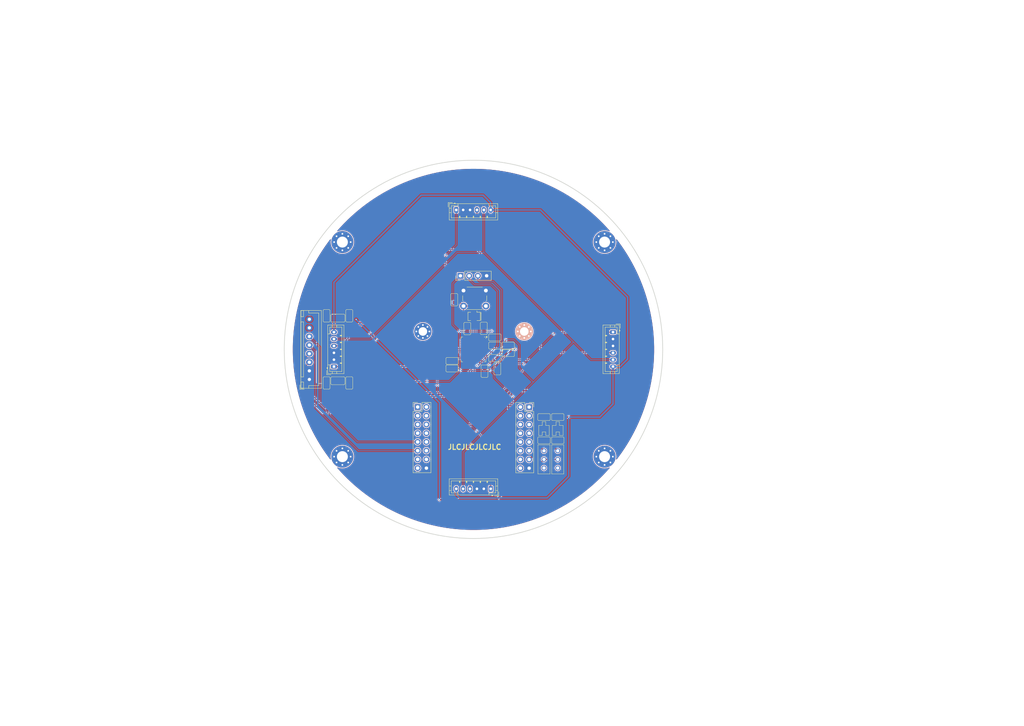
<source format=kicad_pcb>
(kicad_pcb (version 20241229) (generator "pcbnew") (generator_version "9.0")
  (layers (0 "F.Cu" signal) (2 "B.Cu" signal) (13 "F.Paste" user) (15 "B.Paste" user) (5 "F.SilkS" user "F.Silkscreen") (7 "B.SilkS" user "B.Silkscreen") (1 "F.Mask" user) (3 "B.Mask" user) (25 "Edge.Cuts" user))
  (net 0 "")
  (net 1 "+3V3 FILT")
  (net 2 "/TOF/ENC RST")
  (net 3 "+5V FILT")
  (net 4 "Net-(D1-K)")
  (net 5 "/TOF/TOF LED")
  (net 6 "CAM TX")
  (net 7 "CAM RX")
  (net 8 "TOF TX")
  (net 9 "TOF RX")
  (net 10 "/TOF/TOF SWDIO")
  (net 11 "/TOF/TOF SWCLK")
  (net 12 "/TOF/ENC BOOT0")
  (net 15 "GNDREF")
  (net 16 "/TOF/TOF4")
  (net 18 "/TOF/ENC OSC OUT")
  (net 21 "/TOF/TOF3")
  (net 24 "/TOF/TOF SDA")
  (net 36 "/TOF/TOF SCL")
  (net 42 "/TOF/TOF2")
  (net 44 "/TOF/ENC OSC IN")
  (net 45 "/TOF/TOF1")
  (net 47 "/CAM PWR")
  (net 54 "/CAM RST")
  (net 75 "/TOF/TOF PWR")
  (net 77 "+3V3")
  (net 78 "+5V")
  (net 79 "Net-(Q1-G)")
  (net 80 "Net-(Q2-G)")
  (footprint "Library:SS12D00G3" (layer "F.Cu") (at 157.670978 133.383123 -90)
    (property "Reference" "SW1" (hide yes))
    (property "Value" "SW_SPDT" (hide yes))
  )
  (footprint "Library:OpenMV_RT" (layer "F.Cu") (at 137.180978 101.383123)
    (property "Reference" "U1" (hide yes))
    (property "Value" "~")
  )
  (footprint "Library:res0603" (layer "F.Cu") (at 161.670978 127.823123)
    (property "Reference" "R7" (hide yes))
    (property "Value" "1k")
  )
  (footprint "MountingHole:MountingHole_3.2mm_M3_Pad_Via" (layer "F.Cu") (at 99.080978 70.183123)
    (property "Reference" "H1" (hide yes))
    (property "Value" "MountingHole")
  )
  (footprint "Connector_JST:JST_PH_B6B-PH-K_1x06_P2.00mm_Vertical" (layer "F.Cu") (at 96.630975 106.383122 90)
    (property "Reference" "J4" (hide yes))
    (property "Value" "Conn_01x06")
  )
  (footprint "Library:cap0603" (layer "F.Cu") (at 101.080978 111.153123 -90)
    (property "Reference" "C9" (hide yes))
    (property "Value" "2u2" (hide yes))
  )
  (footprint "Library:cap0603" (layer "F.Cu") (at 143.380978 97.883123)
    (property "Reference" "C2" (hide yes))
    (property "Value" "0u1" (hide yes))
  )
  (footprint "Library:cap0603" (layer "F.Cu") (at 94.480978 91.613123 90)
    (property "Reference" "C10" (hide yes))
    (property "Value" "2u2" (hide yes))
  )
  (footprint "Connector_JST:JST_PH_B6B-PH-K_1x06_P2.00mm_Vertical" (layer "F.Cu") (at 177.730978 96.383124 -90)
    (property "Reference" "J6" (hide yes))
    (property "Value" "Conn_01x06")
  )
  (footprint "Library:res0603" (layer "F.Cu") (at 143.380979 100.283123 180)
    (property "Reference" "R1" (hide yes))
    (property "Value" "R")
  )
  (footprint "MountingHole:MountingHole_3.2mm_M3_Pad_Via" (layer "F.Cu") (at 175.280978 70.183123)
    (property "Reference" "H2" (hide yes))
    (property "Value" "MountingHole")
  )
  (footprint "Connector_JST:JST_PH_B6B-PH-K_1x06_P2.00mm_Vertical" (layer "F.Cu") (at 142.180977 141.933124 180)
    (property "Reference" "J5" (hide yes))
    (property "Value" "Conn_01x06")
  )
  (footprint "Library:cap0603" (layer "F.Cu") (at 94.480978 111.153123 -90)
    (property "Reference" "C8" (hide yes))
    (property "Value" "2u2" (hide yes))
  )
  (footprint "Library:SOT95P237X112-3N" (layer "F.Cu") (at 161.670978 124.413123 90)
    (property "Reference" "Q2" (hide yes))
    (property "Value" "IRLML6344TRPBF" (hide yes))
  )
  (footprint "Library:cap0603" (layer "F.Cu") (at 101.080978 91.613123 90)
    (property "Reference" "C11" (hide yes))
    (property "Value" "2u2" (hide yes))
  )
  (footprint "Package_DFN_QFN:QFN-48-1EP_7x7mm_P0.5mm_EP5.6x5.6mm" (layer "F.Cu") (at 137.180978 101.383123 -90)
    (property "Reference" "U2" (hide yes))
    (property "Value" "STM32F103Cx")
  )
  (footprint "MountingHole:MountingHole_3.2mm_M3_Pad_Via" (layer "F.Cu") (at 99.080978 132.583123)
    (property "Reference" "H4" (hide yes))
    (property "Value" "MountingHole")
  )
  (footprint "Connector_JST:JST_PH_B6B-PH-K_1x06_P2.00mm_Vertical" (layer "F.Cu") (at 132.180978 60.833121)
    (property "Reference" "J3" (hide yes))
    (property "Value" "Conn_01x06")
  )
  (footprint "Library:cap0603" (layer "F.Cu") (at 130.980979 106.933124 180)
    (property "Reference" "C1" (hide yes))
    (property "Value" "2u2" (hide yes))
  )
  (footprint "Library:cap0603" (layer "F.Cu") (at 140.380978 107.733123 -90)
    (property "Reference" "C4" (hide yes))
    (property "Value" "0u1" (hide yes))
  )
  (footprint "Library:res0603" (layer "F.Cu") (at 161.670978 121.083123)
    (property "Reference" "R8" (hide yes))
    (property "Value" "1k")
  )
  (footprint "Library:led0603" (layer "F.Cu") (at 143.380979 103.883123 180)
    (property "Reference" "D1" (hide yes))
    (property "Value" "RED")
  )
  (footprint "Library:res0603" (layer "F.Cu") (at 157.670978 127.823123)
    (property "Reference" "R5" (hide yes))
    (property "Value" "1k")
  )
  (footprint "Library:fb0805" (layer "F.Cu") (at 97.780978 110.483123)
    (property "Reference" "FB1" (hide yes))
    (property "Value" "100R")
  )
  (footprint "Connector_JST:JST_XH_B8B-XH-A_1x08_P2.50mm_Vertical" (layer "F.Cu") (at 89.48098 110.133123 90)
    (property "Reference" "J1" (hide yes))
    (property "Value" "Conn_01x08")
  )
  (footprint "Library:CSTCE8M00G52-R0" (layer "F.Cu") (at 137.380978 91.783123 180)
    (property "Reference" "Y1" (hide yes))
    (property "Value" "8Mhz")
  )
  (footprint "Library:fb0805" (layer "F.Cu") (at 97.780978 92.283123)
    (property "Reference" "FB2" (hide yes))
    (property "Value" "100R")
  )
  (footprint "Library:res0603" (layer "F.Cu") (at 144.130978 106.983123 -90)
    (property "Reference" "R2" (hide yes))
    (property "Value" "1K")
  )
  (footprint "Library:cap0603" (layer "F.Cu") (at 135.380978 95.333123 90)
    (property "Reference" "C6" (hide yes))
    (property "Value" "0u1" (hide yes))
  )
  (footprint "Library:res0603" (layer "F.Cu") (at 147.280979 102.483123 180)
    (property "Reference" "R3" (hide yes))
    (property "Value" "1k")
  )
  (footprint "Button_Switch_THT:SW_PUSH_6mm" (layer "F.Cu") (at 134.280977 84.283123)
    (property "Reference" "SW2" (hide yes))
    (property "Value" "ENC RST")
  )
  (footprint "Library:res0603" (layer "F.Cu") (at 147.280978 100.283123 180)
    (property "Reference" "R4" (hide yes))
    (property "Value" "1k")
  )
  (footprint "Library:res0603" (layer "F.Cu") (at 157.670978 121.083123 180)
    (property "Reference" "R6" (hide yes))
    (property "Value" "1k")
  )
  (footprint "MountingHole:MountingHole_3.2mm_M3_Pad_Via" (layer "F.Cu") (at 175.280978 132.583123)
    (property "Reference" "H3" (hide yes))
    (property "Value" "MountingHole")
  )
  (footprint "Library:SS12D00G3" (layer "F.Cu") (at 161.670978 133.383123 -90)
    (property "Reference" "SW3" (hide yes))
    (property "Value" "SW_SPDT" (hide yes))
  )
  (footprint "Library:cap0603" (layer "F.Cu") (at 130.980979 104.733124 180)
    (property "Reference" "C3" (hide yes))
    (property "Value" "0u1" (hide yes))
  )
  (footprint "Library:cap0603" (layer "F.Cu") (at 131.580978 86.933123 90)
    (property "Reference" "C7" (hide yes))
    (property "Value" "C" (hide yes))
  )
  (footprint "Connector_PinHeader_2.54mm:PinHeader_1x04_P2.54mm_Vertical" (layer "F.Cu") (at 133.380978 79.983123 90)
    (property "Reference" "J2" (hide yes))
    (property "Value" "Conn_01x04")
  )
  (footprint "Library:SOT95P237X112-3N" (layer "F.Cu") (at 157.670978 124.413123 90)
    (property "Reference" "Q1" (hide yes))
    (property "Value" "IRLML6344TRPBF" (hide yes))
  )
  (footprint "Library:cap0603" (layer "F.Cu") (at 140.180978 95.283123 90)
    (property "Reference" "C5" (hide yes))
    (property "Value" "0u1" (hide yes))
  )
  (gr_circle (center 137.180978 101.383123) (end 192.180978 101.383123) (stroke (width 0.2)) (fill no) (layer "Edge.Cuts"))
  (gr_text "JLCJLCJLCJLC" (at 129.570693 130.664837 0) (layer "F.SilkS") (effects (font (size 1.5 1.5) (thickness 0.3) (bold yes)) (justify left bottom)))
  (segment (start 133.081979 96.133122) (end 135.381978 96.133122) (width 0.254) (layer "F.Cu") (net 1))
  (segment (start 132.830979 106.933124) (end 131.780978 106.933124) (width 0.254) (layer "F.Cu") (net 1))
  (segment (start 141.530979 106.933124) (end 140.380978 106.933124) (width 0.254) (layer "F.Cu") (net 1))
  (segment (start 148.580978 115.083123) (end 148.580978 137.683123) (width 0.254) (layer "F.Cu") (net 1))
  (segment (start 148.580978 137.683123) (end 150.180978 139.283123) (width 0.254) (layer "F.Cu") (net 1))
  (segment (start 156.180978 138.183123) (end 156.180978 134.873123) (width 0.254) (layer "F.Cu") (net 1))
  (segment (start 140.618478 98.220623) (end 140.618478 98.633123) (width 0.254) (layer "F.Cu") (net 1))
  (segment (start 131.780978 104.733124) (end 131.780978 106.933124) (width 0.254) (layer "F.Cu") (net 1))
  (segment (start 135.930978 97.945623) (end 135.930978 96.683122) (width 0.254) (layer "F.Cu") (net 1))
  (segment (start 149.380978 101.383123) (end 148.080977 101.383123) (width 0.254) (layer "F.Cu") (net 1))
  (segment (start 155.080978 139.283123) (end 156.180978 138.183123) (width 0.254) (layer "F.Cu") (net 1))
  (segment (start 140.618478 98.633123) (end 141.830979 98.633123) (width 0.254) (layer "F.Cu") (net 1))
  (segment (start 139.930978 97.945623) (end 139.930978 96.333122) (width 0.254) (layer "F.Cu") (net 1))
  (segment (start 150.180978 139.283123) (end 155.080978 139.283123) (width 0.254) (layer "F.Cu") (net 1))
  (segment (start 133.380978 107.483123) (end 132.830979 106.933124) (width 0.254) (layer "F.Cu") (net 1))
  (segment (start 142.480978 96.083122) (end 140.180978 96.083122) (width 0.254) (layer "F.Cu") (net 1))
  (segment (start 142.080978 107.483123) (end 141.530979 106.933124) (width 0.254) (layer "F.Cu") (net 1))
  (segment (start 133.743478 104.133123) (end 132.380979 104.133123) (width 0.254) (layer "F.Cu") (net 1))
  (segment (start 161.670978 133.383123) (end 157.670978 133.383123) (width 0.254) (layer "F.Cu") (net 1))
  (segment (start 135.930978 96.683122) (end 135.380978 96.133122) (width 0.254) (layer "F.Cu") (net 1))
  (segment (start 148.080977 101.383123) (end 148.080978 102.483123) (width 0.254) (layer "F.Cu") (net 1))
  (segment (start 156.180978 134.873123) (end 157.670978 133.383123) (width 0.254) (layer "F.Cu") (net 1))
  (segment (start 140.343478 97.945623) (end 140.618478 98.220623) (width 0.254) (layer "F.Cu") (net 1))
  (segment (start 123.680978 110.683123) (end 103.480978 110.683123) (width 0.254) (layer "F.Cu") (net 1))
  (segment (start 132.380979 104.133123) (end 131.780978 104.733124) (width 0.254) (layer "F.Cu") (net 1))
  (segment (start 141.830979 98.633123) (end 142.580979 97.883123) (width 0.254) (layer "F.Cu") (net 1))
  (segment (start 148.080977 100.283123) (end 148.080977 101.383123) (width 0.254) (layer "F.Cu") (net 1))
  (segment (start 139.930978 97.945623) (end 140.343478 97.945623) (width 0.254) (layer "F.Cu") (net 1))
  (segment (start 139.930978 106.483124) (end 140.380978 106.933124) (width 0.254) (layer "F.Cu") (net 1))
  (segment (start 139.930978 104.820623) (end 139.930978 106.483124) (width 0.254) (layer "F.Cu") (net 1))
  (via (at 148.580978 115.083123) (size 0.6) (drill 0.3) (layers "F.Cu" "B.Cu") (net 1))
  (via (at 133.380978 107.483123) (size 0.6) (drill 0.3) (layers "F.Cu" "B.Cu") (net 1))
  (via (at 142.480978 96.083122) (size 0.6) (drill 0.3) (layers "F.Cu" "B.Cu") (net 1))
  (via (at 149.380978 101.383123) (size 0.6) (drill 0.3) (layers "F.Cu" "B.Cu") (net 1))
  (via (at 123.680978 110.683123) (size 0.6) (drill 0.3) (layers "F.Cu" "B.Cu") (net 1))
  (via (at 133.081979 96.133122) (size 0.6) (drill 0.3) (layers "F.Cu" "B.Cu") (net 1))
  (via (at 142.080978 107.483123) (size 0.6) (drill 0.3) (layers "F.Cu" "B.Cu") (net 1))
  (segment (start 133.380978 107.483123) (end 130.180978 110.683123) (width 0.254) (layer "B.Cu") (net 1))
  (segment (start 148.580978 115.083123) (end 143.180978 109.683123) (width 0.254) (layer "B.Cu") (net 1))
  (segment (start 133.081979 107.184124) (end 133.081979 96.133122) (width 0.254) (layer "B.Cu") (net 1))
  (segment (start 143.180978 108.583123) (end 142.080978 107.483123) (width 0.254) (layer "B.Cu") (net 1))
  (segment (start 133.380978 79.983123) (end 131.180978 82.183123) (width 0.254) (layer "B.Cu") (net 1))
  (segment (start 143.180978 109.683123) (end 143.180978 108.583123) (width 0.254) (layer "B.Cu") (net 1))
  (segment (start 131.180978 94.232121) (end 133.081979 96.133122) (width 0.254) (layer "B.Cu") (net 1))
  (segment (start 133.131979 96.083122) (end 133.081979 96.133122) (width 0.254) (layer "B.Cu") (net 1))
  (segment (start 133.380978 107.483123) (end 142.080978 107.483123) (width 0.254) (layer "B.Cu") (net 1))
  (segment (start 130.180978 110.683123) (end 123.680978 110.683123) (width 0.254) (layer "B.Cu") (net 1))
  (segment (start 133.380978 107.483123) (end 133.081979 107.184124) (width 0.254) (layer "B.Cu") (net 1))
  (segment (start 142.180978 107.483123) (end 142.080978 107.483123) (width 0.254) (layer "B.Cu") (net 1))
  (segment (start 142.480978 96.083122) (end 133.131979 96.083122) (width 0.254) (layer "B.Cu") (net 1))
  (segment (start 148.280978 101.383123) (end 142.180978 107.483123) (width 0.254) (layer "B.Cu") (net 1))
  (segment (start 149.380978 101.383123) (end 148.280978 101.383123) (width 0.254) (layer "B.Cu") (net 1))
  (segment (start 131.180978 82.183123) (end 131.180978 94.232121) (width 0.254) (layer "B.Cu") (net 1))
  (segment (start 136.180978 93.383123) (end 136.930978 94.133123) (width 0.2) (layer "F.Cu") (net 2))
  (segment (start 134.280977 88.783124) (end 134.280977 92.683122) (width 0.2) (layer "F.Cu") (net 2))
  (segment (start 136.930978 94.133123) (end 136.930978 97.945623) (width 0.2) (layer "F.Cu") (net 2))
  (segment (start 133.230975 87.733122) (end 134.280977 88.783124) (width 0.2) (layer "F.Cu") (net 2))
  (segment (start 134.280977 88.783124) (end 140.780978 88.783123) (width 0.2) (layer "F.Cu") (net 2))
  (segment (start 134.980978 93.383123) (end 136.180978 93.383123) (width 0.2) (layer "F.Cu") (net 2))
  (segment (start 134.280977 92.683122) (end 134.980978 93.383123) (width 0.2) (layer "F.Cu") (net 2))
  (segment (start 131.580978 87.733122) (end 133.230975 87.733122) (width 0.2) (layer "F.Cu") (net 2))
  (segment (start 160.870978 121.083123) (end 158.470977 121.083123) (width 0.5) (layer "F.Cu") (net 3))
  (segment (start 143.900978 145.083123) (end 147.410978 141.573123) (width 0.5) (layer "F.Cu") (net 3))
  (segment (start 148.180978 113.383123) (end 155.440978 113.383123) (width 0.5) (layer "F.Cu") (net 3))
  (segment (start 127.280978 145.083123) (end 143.900978 145.083123) (width 0.5) (layer "F.Cu") (net 3))
  (segment (start 158.470977 116.413122) (end 158.470977 121.083123) (width 0.5) (layer "F.Cu") (net 3))
  (segment (start 107.080978 96.683123) (end 108.980978 98.583123) (width 0.5) (layer "F.Cu") (net 3))
  (segment (start 147.410978 141.573123) (end 147.410978 114.153123) (width 0.5) (layer "F.Cu") (net 3))
  (segment (start 147.410978 114.153123) (end 148.180978 113.383123) (width 0.5) (layer "F.Cu") (net 3))
  (segment (start 155.440978 113.383123) (end 158.470977 116.413122) (width 0.5) (layer "F.Cu") (net 3))
  (via (at 108.980978 98.583123) (size 0.6) (drill 0.3) (layers "F.Cu" "B.Cu") (net 3))
  (via (at 107.080978 96.683123) (size 0.6) (drill 0.3) (layers "F.Cu" "B.Cu") (net 3))
  (via (at 127.280978 145.083123) (size 0.6) (drill 0.3) (layers "F.Cu" "B.Cu") (net 3))
  (via (at 103.080978 92.683123) (size 0.6) (drill 0.3) (layers "F.Cu" "B.Cu") (net 3))
  (segment (start 108.980978 98.583123) (end 127.280978 116.883123) (width 0.5) (layer "B.Cu") (net 3))
  (segment (start 103.080978 92.683123) (end 107.080978 96.683123) (width 0.5) (layer "B.Cu") (net 3))
  (segment (start 127.280978 116.883123) (end 127.280978 145.083123) (width 0.5) (layer "B.Cu") (net 3))
  (segment (start 144.180978 103.883122) (end 144.180978 106.133124) (width 0.2) (layer "F.Cu") (net 4))
  (segment (start 144.180978 106.133124) (end 144.130978 106.183124) (width 0.2) (layer "F.Cu") (net 4))
  (segment (start 142.33098 103.633123) (end 140.618478 103.633123) (width 0.2) (layer "F.Cu") (net 5))
  (segment (start 103.446978 128.299123) (end 92.580978 117.433123) (width 0.254) (layer "B.Cu") (net 6))
  (segment (start 92.580978 100.733121) (end 89.48098 97.633123) (width 0.254) (layer "B.Cu") (net 6))
  (segment (start 120.955978 128.299123) (end 103.446978 128.299123) (width 0.254) (layer "B.Cu") (net 6))
  (segment (start 92.580978 117.433123) (end 92.580978 100.733121) (width 0.254) (layer "B.Cu") (net 6))
  (segment (start 91.280978 101.983123) (end 91.280978 118.383123) (width 0.254) (layer "B.Cu") (net 7))
  (segment (start 91.280978 118.383123) (end 103.736978 130.839123) (width 0.254) (layer "B.Cu") (net 7))
  (segment (start 103.736978 130.839123) (end 120.955978 130.839123) (width 0.254) (layer "B.Cu") (net 7))
  (segment (start 89.48098 100.183125) (end 91.280978 101.983123) (width 0.254) (layer "B.Cu") (net 7))
  (segment (start 89.48098 100.133123) (end 89.48098 100.183125) (width 0.254) (layer "B.Cu") (net 7))
  (segment (start 89.48098 105.133123) (end 87.780978 106.833125) (width 0.254) (layer "F.Cu") (net 8))
  (segment (start 87.780978 112.183123) (end 94.030978 118.433123) (width 0.254) (layer "F.Cu") (net 8))
  (segment (start 136.930978 106.783123) (end 129.830978 113.883123) (width 0.254) (layer "F.Cu") (net 8))
  (segment (start 136.930978 104.820623) (end 136.930978 106.783123) (width 0.254) (layer "F.Cu") (net 8))
  (segment (start 87.780978 106.833125) (end 87.780978 112.183123) (width 0.254) (layer "F.Cu") (net 8))
  (segment (start 104.380978 113.883123) (end 99.830978 118.433123) (width 0.254) (layer "F.Cu") (net 8))
  (segment (start 129.830978 113.883123) (end 104.380978 113.883123) (width 0.254) (layer "F.Cu") (net 8))
  (segment (start 94.030978 118.433123) (end 99.830978 118.433123) (width 0.254) (layer "F.Cu") (net 8))
  (segment (start 86.780978 113.225176) (end 93.438925 119.883123) (width 0.254) (layer "F.Cu") (net 9))
  (segment (start 137.430978 107.683123) (end 137.430978 104.820623) (width 0.254) (layer "F.Cu") (net 9))
  (segment (start 86.780978 105.333125) (end 86.780978 113.225176) (width 0.254) (layer "F.Cu") (net 9))
  (segment (start 93.438925 119.883123) (end 100.680978 119.883123) (width 0.254) (layer "F.Cu") (net 9))
  (segment (start 89.48098 102.633123) (end 86.780978 105.333125) (width 0.254) (layer "F.Cu") (net 9))
  (segment (start 130.030978 115.083123) (end 137.430978 107.683123) (width 0.254) (layer "F.Cu") (net 9))
  (segment (start 105.480978 115.083123) (end 130.030978 115.083123) (width 0.254) (layer "F.Cu") (net 9))
  (segment (start 100.680978 119.883123) (end 105.480978 115.083123) (width 0.254) (layer "F.Cu") (net 9))
  (segment (start 138.930977 105.633124) (end 138.930977 104.820623) (width 0.254) (layer "F.Cu") (net 10))
  (segment (start 138.480978 106.083123) (end 138.930977 105.633124) (width 0.254) (layer "F.Cu") (net 10))
  (segment (start 138.280978 106.083123) (end 138.480978 106.083123) (width 0.254) (layer "F.Cu") (net 10))
  (via (at 138.280978 106.083123) (size 0.6) (drill 0.3) (layers "F.Cu" "B.Cu") (net 10))
  (segment (start 137.480978 82.583123) (end 142.280978 82.583123) (width 0.254) (layer "B.Cu") (net 10))
  (segment (start 135.920978 81.023123) (end 137.480978 82.583123) (width 0.254) (layer "B.Cu") (net 10))
  (segment (start 144.180978 84.483123) (end 144.180978 100.283123) (width 0.254) (layer "B.Cu") (net 10))
  (segment (start 138.280978 106.083123) (end 138.280978 106.183123) (width 0.254) (layer "B.Cu") (net 10))
  (segment (start 142.280978 82.583123) (end 144.180978 84.483123) (width 0.254) (layer "B.Cu") (net 10))
  (segment (start 138.280978 106.183123) (end 138.380978 106.083123) (width 0.254) (layer "B.Cu") (net 10))
  (segment (start 144.180978 100.283123) (end 138.380978 106.083123) (width 0.254) (layer "B.Cu") (net 10))
  (segment (start 135.920978 79.983123) (end 135.920978 81.023123) (width 0.254) (layer "B.Cu") (net 10))
  (segment (start 138.380978 106.083123) (end 138.280978 106.083123) (width 0.254) (layer "B.Cu") (net 10))
  (segment (start 141.780978 105.783123) (end 141.780978 104.483123) (width 0.254) (layer "F.Cu") (net 11))
  (segment (start 141.430978 104.133123) (end 140.618478 104.133123) (width 0.254) (layer "F.Cu") (net 11))
  (segment (start 141.780978 104.483123) (end 141.430978 104.133123) (width 0.254) (layer "F.Cu") (net 11))
  (via (at 141.780978 105.783123) (size 0.6) (drill 0.3) (layers "F.Cu" "B.Cu") (net 11))
  (segment (start 138.980978 81.583123) (end 138.460977 81.063122) (width 0.254) (layer "B.Cu") (net 11))
  (segment (start 145.380978 102.183123) (end 145.380978 84.083123) (width 0.254) (layer "B.Cu") (net 11))
  (segment (start 142.880978 81.583123) (end 138.980978 81.583123) (width 0.254) (layer "B.Cu") (net 11))
  (segment (start 145.380978 84.083123) (end 142.880978 81.583123) (width 0.254) (layer "B.Cu") (net 11))
  (segment (start 138.460977 81.063122) (end 138.460977 79.983123) (width 0.254) (layer "B.Cu") (net 11))
  (segment (start 141.780978 105.783123) (end 145.380978 102.183123) (width 0.254) (layer "B.Cu") (net 11))
  (segment (start 140.618478 100.633122) (end 142.230981 100.633122) (width 0.254) (layer "F.Cu") (net 12))
  (segment (start 145.480978 103.283123) (end 144.980978 102.783123) (width 0.254) (layer "F.Cu") (net 16))
  (segment (start 151.780978 105.583123) (end 146.980978 105.583123) (width 0.254) (layer "F.Cu") (net 16))
  (segment (start 145.480978 104.083123) (end 145.480978 103.283123) (width 0.254) (layer "F.Cu") (net 16))
  (segment (start 146.980978 105.583123) (end 145.480978 104.083123) (width 0.254) (layer "F.Cu") (net 16))
  (segment (start 141.430979 103.133122) (end 140.618478 103.133122) (width 0.254) (layer "F.Cu") (net 16))
  (segment (start 160.430978 96.933123) (end 160.980977 96.383124) (width 0.254) (layer "F.Cu") (net 16))
  (segment (start 160.980977 96.383124) (end 177.730978 96.383124) (width 0.254) (layer "F.Cu") (net 16))
  (segment (start 141.780978 102.783123) (end 141.430979 103.133122) (width 0.254) (layer "F.Cu") (net 16))
  (segment (start 144.980978 102.783123) (end 141.780978 102.783123) (width 0.254) (layer "F.Cu") (net 16))
  (via (at 151.780978 105.583123) (size 0.6) (drill 0.3) (layers "F.Cu" "B.Cu") (net 16))
  (via (at 160.430978 96.933123) (size 0.6) (drill 0.3) (layers "F.Cu" "B.Cu") (net 16))
  (segment (start 160.430978 96.933123) (end 151.780978 105.583123) (width 0.254) (layer "B.Cu") (net 16))
  (segment (start 136.180978 92.77784) (end 136.180978 91.783123) (width 0.254) (layer "F.Cu") (net 18))
  (segment (start 137.430978 94.02784) (end 136.180978 92.77784) (width 0.254) (layer "F.Cu") (net 18))
  (segment (start 137.430978 97.945623) (end 137.430978 94.02784) (width 0.254) (layer "F.Cu") (net 18))
  (segment (start 126.630978 111.783123) (end 126.630978 105.233123) (width 0.254) (layer "F.Cu") (net 21))
  (segment (start 138.080978 125.133123) (end 142.180977 129.233122) (width 0.254) (layer "F.Cu") (net 21))
  (segment (start 126.680978 111.833123) (end 126.630978 111.783123) (width 0.254) (layer "F.Cu") (net 21))
  (segment (start 126.630978 105.233123) (end 129.730977 102.133124) (width 0.254) (layer "F.Cu") (net 21))
  (segment (start 129.730977 102.133124) (end 133.743478 102.133124) (width 0.254) (layer "F.Cu") (net 21))
  (segment (start 142.180977 129.233122) (end 142.180977 141.933124) (width 0.254) (layer "F.Cu") (net 21))
  (via (at 126.680978 111.833123) (size 0.6) (drill 0.3) (layers "F.Cu" "B.Cu") (net 21))
  (via (at 138.080978 125.133123) (size 0.6) (drill 0.3) (layers "F.Cu" "B.Cu") (net 21))
  (segment (start 126.680978 111.833123) (end 126.680978 113.733123) (width 0.254) (layer "B.Cu") (net 21))
  (segment (start 126.680978 113.733123) (end 138.080978 125.133123) (width 0.254) (layer "B.Cu") (net 21))
  (segment (start 146.580978 98.583123) (end 146.580979 98.583124) (width 0.254) (layer "F.Cu") (net 24))
  (segment (start 146.480979 98.683122) (end 146.580978 98.583123) (width 0.254) (layer "F.Cu") (net 24))
  (segment (start 145.630979 101.133123) (end 140.618478 101.133123) (width 0.254) (layer "F.Cu") (net 24))
  (segment (start 146.480979 100.283123) (end 146.480979 98.683122) (width 0.254) (layer "F.Cu") (net 24))
  (segment (start 146.480979 100.283123) (end 145.630979 101.133123) (width 0.254) (layer "F.Cu") (net 24))
  (via (at 146.580978 98.583123) (size 0.6) (drill 0.3) (layers "F.Cu" "B.Cu") (net 24))
  (segment (start 140.180978 73.183123) (end 140.180978 60.833121) (width 0.254) (layer "B.Cu") (net 24))
  (segment (start 146.580978 98.583123) (end 148.980978 98.583123) (width 0.254) (layer "B.Cu") (net 24))
  (segment (start 148.980978 98.583123) (end 150.480978 100.083123) (width 0.254) (layer "B.Cu") (net 24))
  (segment (start 134.180977 131.283124) (end 134.180977 141.933124) (width 0.254) (layer "B.Cu") (net 24))
  (segment (start 134.180977 131.283124) (end 166.230978 99.233123) (width 0.254) (layer "B.Cu") (net 24))
  (segment (start 107.230978 98.383123) (end 96.580978 98.383123) (width 0.254) (layer "B.Cu") (net 24))
  (segment (start 177.730978 104.383124) (end 171.380979 104.383124) (width 0.254) (layer "B.Cu") (net 24))
  (segment (start 150.480978 106.783123) (end 154.580978 110.883123) (width 0.254) (layer "B.Cu") (net 24))
  (segment (start 132.430978 73.183123) (end 140.180978 73.183123) (width 0.254) (layer "B.Cu") (net 24))
  (segment (start 107.230978 98.383123) (end 132.430978 73.183123) (width 0.254) (layer "B.Cu") (net 24))
  (segment (start 171.380979 104.383124) (end 140.180978 73.183123) (width 0.254) (layer "B.Cu") (net 24))
  (segment (start 150.480978 100.083123) (end 150.480978 106.783123) (width 0.254) (layer "B.Cu") (net 24))
  (segment (start 141.630978 101.633123) (end 142.180978 102.183123) (width 0.254) (layer "F.Cu") (net 36))
  (segment (start 147.080978 104.383123) (end 153.280978 104.383123) (width 0.254) (layer "F.Cu") (net 36))
  (segment (start 96.630975 100.383122) (end 98.480979 100.383122) (width 0.254) (layer "F.Cu") (net 36))
  (segment (start 153.280978 104.383123) (end 153.955977 105.058122) (width 0.254) (layer "F.Cu") (net 36))
  (segment (start 156.630976 90.833121) (end 138.180978 72.383123) (width 0.254) (layer "F.Cu") (net 36))
  (segment (start 126.480978 72.383123) (end 138.180978 72.383123) (width 0.254) (layer "F.Cu") (net 36))
  (segment (start 156.630976 102.383123) (end 177.680978 102.383123) (width 0.254) (layer "F.Cu") (net 36))
  (segment (start 140.618478 101.633123) (end 141.630978 101.633123) (width 0.254) (layer "F.Cu") (net 36))
  (segment (start 146.48098 102.483123) (end 146.48098 103.783125) (width 0.254) (layer "F.Cu") (net 36))
  (segment (start 146.48098 103.783125) (end 147.080978 104.383123) (width 0.254) (layer "F.Cu") (net 36))
  (segment (start 138.180978 72.383123) (end 138.180978 60.833121) (width 0.254) (layer "F.Cu") (net 36))
  (segment (start 156.630976 102.383123) (end 156.630976 90.833121) (width 0.254) (layer "F.Cu") (net 36))
  (segment (start 98.480979 100.383122) (end 126.480978 72.383123) (width 0.254) (layer "F.Cu") (net 36))
  (segment (start 142.180978 102.183123) (end 146.18098 102.183123) (width 0.254) (layer "F.Cu") (net 36))
  (segment (start 136.180977 141.933124) (end 136.180977 122.833122) (width 0.254) (layer "F.Cu") (net 36))
  (segment (start 136.180977 122.833122) (end 156.630976 102.383123) (width 0.254) (layer "F.Cu") (net 36))
  (segment (start 96.630975 106.383122) (end 121.680979 106.383122) (width 0.254) (layer "F.Cu") (net 42))
  (segment (start 126.430978 101.633123) (end 133.743478 101.633123) (width 0.254) (layer "F.Cu") (net 42))
  (segment (start 121.680979 106.383122) (end 126.430978 101.633123) (width 0.254) (layer "F.Cu") (net 42))
  (segment (start 137.930979 94.833122) (end 137.930979 97.945623) (width 0.254) (layer "F.Cu") (net 44))
  (segment (start 138.580978 91.983123) (end 138.580978 94.183123) (width 0.254) (layer "F.Cu") (net 44))
  (segment (start 138.580978 94.183123) (end 137.930979 94.833122) (width 0.254) (layer "F.Cu") (net 44))
  (segment (start 129.130978 97.533123) (end 132.730978 101.133123) (width 0.254) (layer "F.Cu") (net 45))
  (segment (start 129.130978 74.033123) (end 129.130978 97.533123) (width 0.254) (layer "F.Cu") (net 45))
  (segment (start 132.730978 101.133123) (end 133.743478 101.133123) (width 0.254) (layer "F.Cu") (net 45))
  (via (at 129.130978 74.033123) (size 0.6) (drill 0.3) (layers "F.Cu" "B.Cu") (net 45))
  (segment (start 132.180978 70.983123) (end 129.130978 74.033123) (width 0.254) (layer "B.Cu") (net 45))
  (segment (start 132.180978 60.833121) (end 132.180978 70.983123) (width 0.254) (layer "B.Cu") (net 45))
  (segment (start 155.140978 131.614123) (end 153.355978 133.399123) (width 0.5) (layer "F.Cu") (net 47))
  (segment (start 156.870979 121.083123) (end 156.870979 121.803124) (width 0.5) (layer "F.Cu") (net 47))
  (segment (start 157.670978 123.288123) (end 156.515978 123.288123) (width 0.5) (layer "F.Cu") (net 47))
  (segment (start 155.140978 124.663123) (end 155.140978 131.614123) (width 0.5) (layer "F.Cu") (net 47))
  (segment (start 157.670978 122.603123) (end 157.670978 123.288123) (width 0.5) (layer "F.Cu") (net 47))
  (segment (start 156.515978 123.288123) (end 155.140978 124.663123) (width 0.5) (layer "F.Cu") (net 47))
  (segment (start 156.870979 121.803124) (end 157.670978 122.603123) (width 0.5) (layer "F.Cu") (net 47))
  (segment (start 162.470978 121.083123) (end 162.470978 121.753123) (width 0.5) (layer "F.Cu") (net 75))
  (segment (start 162.470978 121.083123) (end 164.860978 121.083123) (width 0.5) (layer "F.Cu") (net 75))
  (segment (start 162.470978 121.753123) (end 161.670978 122.553123) (width 0.5) (layer "F.Cu") (net 75))
  (segment (start 161.670978 122.553123) (end 161.670978 123.288123) (width 0.5) (layer "F.Cu") (net 75))
  (via (at 164.860978 121.083123) (size 0.6) (drill 0.3) (layers "F.Cu" "B.Cu") (net 75))
  (segment (start 164.860978 121.083123) (end 164.860978 138.303123) (width 0.5) (layer "B.Cu") (net 75))
  (segment (start 181.980978 86.183123) (end 156.630976 60.833121) (width 0.5) (layer "B.Cu") (net 75))
  (segment (start 181.980978 104.183123) (end 181.980978 86.183123) (width 0.5) (layer "B.Cu") (net 75))
  (segment (start 96.630975 81.883125) (end 96.630975 96.333123) (width 0.5) (layer "B.Cu") (net 75))
  (segment (start 164.860978 121.083123) (end 173.880978 121.083123) (width 0.5) (layer "B.Cu") (net 75))
  (segment (start 133.180978 144.583123) (end 132.180977 143.583122) (width 0.5) (layer "B.Cu") (net 75))
  (segment (start 177.730978 117.233123) (end 177.730978 106.383124) (width 0.5) (layer "B.Cu") (net 75))
  (segment (start 121.980977 56.533123) (end 96.630975 81.883125) (width 0.5) (layer "B.Cu") (net 75))
  (segment (start 142.180978 60.783123) (end 142.180977 58.733123) (width 0.5) (layer "B.Cu") (net 75))
  (segment (start 142.180977 58.733123) (end 139.980977 56.533123) (width 0.5) (layer "B.Cu") (net 75))
  (segment (start 179.780978 106.383123) (end 181.980978 104.183123) (width 0.5) (layer "B.Cu") (net 75))
  (segment (start 158.580978 144.583123) (end 133.180978 144.583123) (width 0.5) (layer "B.Cu") (net 75))
  (segment (start 139.980977 56.533123) (end 121.980977 56.533123) (width 0.5) (layer "B.Cu") (net 75))
  (segment (start 164.860978 138.303123) (end 158.580978 144.583123) (width 0.5) (layer "B.Cu") (net 75))
  (segment (start 173.880978 121.083123) (end 177.730978 117.233123) (width 0.5) (layer "B.Cu") (net 75))
  (segment (start 156.630976 60.833121) (end 142.180978 60.833121) (width 0.5) (layer "B.Cu") (net 75))
  (segment (start 132.180977 143.583122) (end 132.180977 141.933124) (width 0.5) (layer "B.Cu") (net 75))
  (segment (start 177.730978 106.383124) (end 179.780978 106.383123) (width 0.5) (layer "B.Cu") (net 75))
  (segment (start 156.870978 127.823123) (end 156.870978 130.083123) (width 0.5) (layer "F.Cu") (net 79))
  (segment (start 156.870978 130.083123) (end 157.670978 130.883123) (width 0.5) (layer "F.Cu") (net 79))
  (segment (start 156.870978 127.823123) (end 156.720979 127.673124) (width 0.5) (layer "F.Cu") (net 79))
  (segment (start 156.720979 127.673124) (end 156.720979 125.668123) (width 0.5) (layer "F.Cu") (net 79))
  (segment (start 160.720979 125.668123) (end 160.720979 127.673124) (width 0.5) (layer "F.Cu") (net 80))
  (segment (start 160.870978 127.823123) (end 160.870978 130.083123) (width 0.5) (layer "F.Cu") (net 80))
  (segment (start 160.870978 130.083123) (end 161.670978 130.883123) (width 0.5) (layer "F.Cu") (net 80))
  (segment (start 160.720979 127.673124) (end 160.870978 127.823123) (width 0.254) (layer "F.Cu") (net 80))
  (zone (net 1) (net_name "+3V3 FILT") (layer "F.Cu") (priority 4) (connect_pads yes (clearance 0.2)) (min_thickness 0.2) (fill yes (thermal_gap 0.5) (thermal_bridge_width 0.5) (smoothing fillet) (radius 0.2))
    (polygon (pts (xy 97.880978 109.083123) (xy 97.880978 111.583123) (xy 99.880978 111.583123) (xy 99.880978 111.183123) (xy 103.880978 111.183123) (xy 103.880978 109.083123)))
  )
  (zone (net 3) (net_name "+5V FILT") (layer "F.Cu") (priority 3) (connect_pads yes (clearance 0.2)) (min_thickness 0.2) (fill yes (thermal_gap 0.5) (thermal_bridge_width 0.5) (smoothing fillet) (radius 0.2))
    (polygon (pts (xy 97.980978 91.283123) (xy 97.980978 93.783123) (xy 104.080978 93.783123) (xy 104.080978 91.683123) (xy 99.880978 91.683123) (xy 99.880978 91.283123)))
  )
  (zone (net 77) (net_name "+3V3") (layer "F.Cu") (priority 1) (connect_pads yes (clearance 0.2)) (min_thickness 0.2) (fill yes (thermal_gap 0.5) (thermal_bridge_width 0.5) (smoothing fillet) (radius 0.2))
    (polygon (pts (xy 87.980978 94.083123) (xy 94.380978 94.083123) (xy 94.380978 109.083123) (xy 97.780978 109.083123) (xy 97.780978 111.583123) (xy 95.680978 111.583123) (xy 95.680978 111.183123) (xy 91.680978 111.183123) (xy 91.680978 96.183123) (xy 87.980978 96.183123)))
  )
  (zone (net 78) (net_name "+5V") (layer "F.Cu") (priority 2) (connect_pads yes (clearance 0.2)) (min_thickness 0.2) (fill yes (thermal_gap 0.5) (thermal_bridge_width 0.5) (smoothing fillet) (radius 0.2))
    (polygon (pts (xy 97.780978 91.283123) (xy 97.780978 93.783123) (xy 87.980978 93.783123) (xy 87.980978 91.583123) (xy 95.780978 91.583123) (xy 95.780978 91.283123)))
  )
  (zone (net 15) (net_name "GNDREF") (layers "F.Cu" "B.Cu") (connect_pads yes (clearance 0.23)) (min_thickness 0.2) (fill yes (thermal_gap 0.5) (thermal_bridge_width 0.5) (smoothing fillet) (radius 0.2))
    (polygon (pts (xy -0.019022 -0.016877) (xy 297.180978 -0.216877) (xy 297.180978 210.983123) (xy -0.419022 210.183123)))
  )
)
</source>
